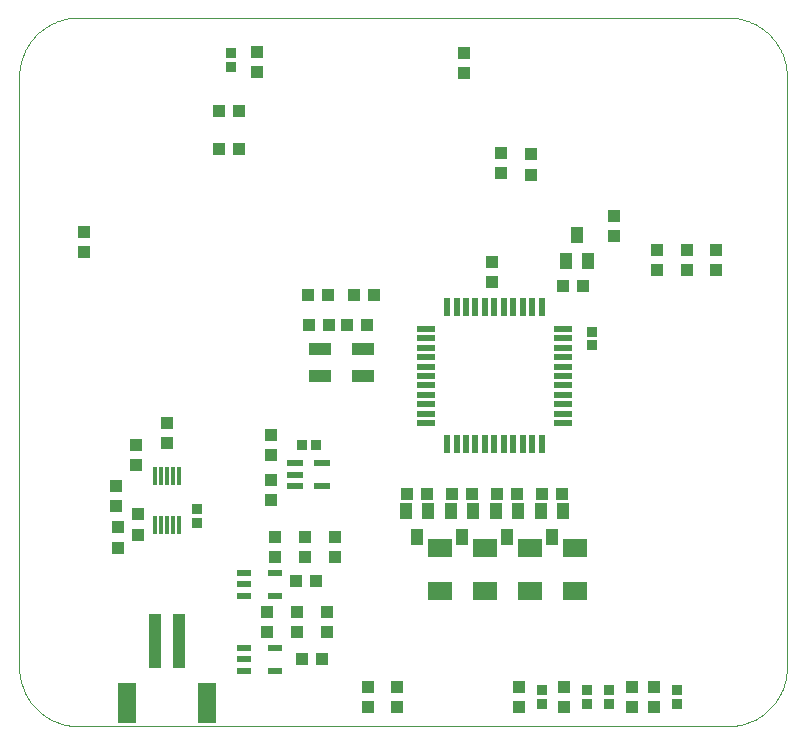
<source format=gtp>
G75*
%MOIN*%
%OFA0B0*%
%FSLAX25Y25*%
%IPPOS*%
%LPD*%
%AMOC8*
5,1,8,0,0,1.08239X$1,22.5*
%
%ADD10C,0.00000*%
%ADD11R,0.03937X0.04331*%
%ADD12R,0.04331X0.03937*%
%ADD13R,0.04724X0.02165*%
%ADD14R,0.03937X0.18110*%
%ADD15R,0.06299X0.13386*%
%ADD16R,0.03937X0.05512*%
%ADD17R,0.08268X0.05906*%
%ADD18R,0.03543X0.03346*%
%ADD19R,0.05400X0.02200*%
%ADD20R,0.03346X0.03543*%
%ADD21R,0.01969X0.05906*%
%ADD22R,0.05906X0.01969*%
%ADD23R,0.07480X0.04331*%
%ADD24R,0.01200X0.05900*%
D10*
X0105861Y0042839D02*
X0105861Y0239689D01*
X0105862Y0239689D02*
X0105868Y0240165D01*
X0105885Y0240640D01*
X0105914Y0241115D01*
X0105954Y0241589D01*
X0106006Y0242062D01*
X0106069Y0242533D01*
X0106143Y0243003D01*
X0106229Y0243471D01*
X0106326Y0243937D01*
X0106434Y0244400D01*
X0106553Y0244860D01*
X0106684Y0245318D01*
X0106825Y0245772D01*
X0106978Y0246223D01*
X0107141Y0246669D01*
X0107315Y0247112D01*
X0107500Y0247550D01*
X0107695Y0247984D01*
X0107901Y0248413D01*
X0108117Y0248837D01*
X0108343Y0249256D01*
X0108579Y0249669D01*
X0108825Y0250076D01*
X0109081Y0250477D01*
X0109347Y0250871D01*
X0109622Y0251260D01*
X0109906Y0251641D01*
X0110199Y0252015D01*
X0110501Y0252383D01*
X0110813Y0252743D01*
X0111132Y0253095D01*
X0111460Y0253439D01*
X0111797Y0253776D01*
X0112141Y0254104D01*
X0112493Y0254423D01*
X0112853Y0254735D01*
X0113221Y0255037D01*
X0113595Y0255330D01*
X0113976Y0255614D01*
X0114365Y0255889D01*
X0114759Y0256155D01*
X0115160Y0256411D01*
X0115567Y0256657D01*
X0115980Y0256893D01*
X0116399Y0257119D01*
X0116823Y0257335D01*
X0117252Y0257541D01*
X0117686Y0257736D01*
X0118124Y0257921D01*
X0118567Y0258095D01*
X0119013Y0258258D01*
X0119464Y0258411D01*
X0119918Y0258552D01*
X0120376Y0258683D01*
X0120836Y0258802D01*
X0121299Y0258910D01*
X0121765Y0259007D01*
X0122233Y0259093D01*
X0122703Y0259167D01*
X0123174Y0259230D01*
X0123647Y0259282D01*
X0124121Y0259322D01*
X0124596Y0259351D01*
X0125071Y0259368D01*
X0125547Y0259374D01*
X0342082Y0259374D01*
X0342558Y0259368D01*
X0343033Y0259351D01*
X0343508Y0259322D01*
X0343982Y0259282D01*
X0344455Y0259230D01*
X0344926Y0259167D01*
X0345396Y0259093D01*
X0345864Y0259007D01*
X0346330Y0258910D01*
X0346793Y0258802D01*
X0347253Y0258683D01*
X0347711Y0258552D01*
X0348165Y0258411D01*
X0348616Y0258258D01*
X0349062Y0258095D01*
X0349505Y0257921D01*
X0349943Y0257736D01*
X0350377Y0257541D01*
X0350806Y0257335D01*
X0351230Y0257119D01*
X0351649Y0256893D01*
X0352062Y0256657D01*
X0352469Y0256411D01*
X0352870Y0256155D01*
X0353264Y0255889D01*
X0353653Y0255614D01*
X0354034Y0255330D01*
X0354408Y0255037D01*
X0354776Y0254735D01*
X0355136Y0254423D01*
X0355488Y0254104D01*
X0355832Y0253776D01*
X0356169Y0253439D01*
X0356497Y0253095D01*
X0356816Y0252743D01*
X0357128Y0252383D01*
X0357430Y0252015D01*
X0357723Y0251641D01*
X0358007Y0251260D01*
X0358282Y0250871D01*
X0358548Y0250477D01*
X0358804Y0250076D01*
X0359050Y0249669D01*
X0359286Y0249256D01*
X0359512Y0248837D01*
X0359728Y0248413D01*
X0359934Y0247984D01*
X0360129Y0247550D01*
X0360314Y0247112D01*
X0360488Y0246669D01*
X0360651Y0246223D01*
X0360804Y0245772D01*
X0360945Y0245318D01*
X0361076Y0244860D01*
X0361195Y0244400D01*
X0361303Y0243937D01*
X0361400Y0243471D01*
X0361486Y0243003D01*
X0361560Y0242533D01*
X0361623Y0242062D01*
X0361675Y0241589D01*
X0361715Y0241115D01*
X0361744Y0240640D01*
X0361761Y0240165D01*
X0361767Y0239689D01*
X0361767Y0042839D01*
X0361761Y0042363D01*
X0361744Y0041888D01*
X0361715Y0041413D01*
X0361675Y0040939D01*
X0361623Y0040466D01*
X0361560Y0039995D01*
X0361486Y0039525D01*
X0361400Y0039057D01*
X0361303Y0038591D01*
X0361195Y0038128D01*
X0361076Y0037668D01*
X0360945Y0037210D01*
X0360804Y0036756D01*
X0360651Y0036305D01*
X0360488Y0035859D01*
X0360314Y0035416D01*
X0360129Y0034978D01*
X0359934Y0034544D01*
X0359728Y0034115D01*
X0359512Y0033691D01*
X0359286Y0033272D01*
X0359050Y0032859D01*
X0358804Y0032452D01*
X0358548Y0032051D01*
X0358282Y0031657D01*
X0358007Y0031268D01*
X0357723Y0030887D01*
X0357430Y0030513D01*
X0357128Y0030145D01*
X0356816Y0029785D01*
X0356497Y0029433D01*
X0356169Y0029089D01*
X0355832Y0028752D01*
X0355488Y0028424D01*
X0355136Y0028105D01*
X0354776Y0027793D01*
X0354408Y0027491D01*
X0354034Y0027198D01*
X0353653Y0026914D01*
X0353264Y0026639D01*
X0352870Y0026373D01*
X0352469Y0026117D01*
X0352062Y0025871D01*
X0351649Y0025635D01*
X0351230Y0025409D01*
X0350806Y0025193D01*
X0350377Y0024987D01*
X0349943Y0024792D01*
X0349505Y0024607D01*
X0349062Y0024433D01*
X0348616Y0024270D01*
X0348165Y0024117D01*
X0347711Y0023976D01*
X0347253Y0023845D01*
X0346793Y0023726D01*
X0346330Y0023618D01*
X0345864Y0023521D01*
X0345396Y0023435D01*
X0344926Y0023361D01*
X0344455Y0023298D01*
X0343982Y0023246D01*
X0343508Y0023206D01*
X0343033Y0023177D01*
X0342558Y0023160D01*
X0342082Y0023154D01*
X0125547Y0023154D01*
X0125071Y0023160D01*
X0124596Y0023177D01*
X0124121Y0023206D01*
X0123647Y0023246D01*
X0123174Y0023298D01*
X0122703Y0023361D01*
X0122233Y0023435D01*
X0121765Y0023521D01*
X0121299Y0023618D01*
X0120836Y0023726D01*
X0120376Y0023845D01*
X0119918Y0023976D01*
X0119464Y0024117D01*
X0119013Y0024270D01*
X0118567Y0024433D01*
X0118124Y0024607D01*
X0117686Y0024792D01*
X0117252Y0024987D01*
X0116823Y0025193D01*
X0116399Y0025409D01*
X0115980Y0025635D01*
X0115567Y0025871D01*
X0115160Y0026117D01*
X0114759Y0026373D01*
X0114365Y0026639D01*
X0113976Y0026914D01*
X0113595Y0027198D01*
X0113221Y0027491D01*
X0112853Y0027793D01*
X0112493Y0028105D01*
X0112141Y0028424D01*
X0111797Y0028752D01*
X0111460Y0029089D01*
X0111132Y0029433D01*
X0110813Y0029785D01*
X0110501Y0030145D01*
X0110199Y0030513D01*
X0109906Y0030887D01*
X0109622Y0031268D01*
X0109347Y0031657D01*
X0109081Y0032051D01*
X0108825Y0032452D01*
X0108579Y0032859D01*
X0108343Y0033272D01*
X0108117Y0033691D01*
X0107901Y0034115D01*
X0107695Y0034544D01*
X0107500Y0034978D01*
X0107315Y0035416D01*
X0107141Y0035859D01*
X0106978Y0036305D01*
X0106825Y0036756D01*
X0106684Y0037210D01*
X0106553Y0037668D01*
X0106434Y0038128D01*
X0106326Y0038591D01*
X0106229Y0039057D01*
X0106143Y0039525D01*
X0106069Y0039995D01*
X0106006Y0040466D01*
X0105954Y0040939D01*
X0105914Y0041413D01*
X0105885Y0041888D01*
X0105868Y0042363D01*
X0105862Y0042839D01*
D11*
X0138657Y0082740D03*
X0138657Y0089433D03*
X0138263Y0096421D03*
X0138263Y0103114D03*
X0144775Y0110378D03*
X0144775Y0117071D03*
X0155094Y0117484D03*
X0155094Y0124177D03*
X0145369Y0093764D03*
X0145369Y0087071D03*
X0188499Y0061303D03*
X0188499Y0054610D03*
X0198499Y0054610D03*
X0198499Y0061303D03*
X0208499Y0061303D03*
X0208499Y0054610D03*
X0222003Y0036343D03*
X0222003Y0029650D03*
X0231846Y0029650D03*
X0231846Y0036343D03*
X0272594Y0036303D03*
X0272594Y0029610D03*
X0287594Y0029610D03*
X0287594Y0036303D03*
X0310094Y0036303D03*
X0310094Y0029610D03*
X0317594Y0029610D03*
X0317594Y0036303D03*
X0210999Y0079610D03*
X0210999Y0086303D03*
X0200999Y0086303D03*
X0200999Y0079610D03*
X0190999Y0079610D03*
X0190999Y0086303D03*
X0189917Y0098705D03*
X0189917Y0105398D03*
X0189917Y0113705D03*
X0189917Y0120398D03*
X0127318Y0181224D03*
X0127318Y0187917D03*
X0185212Y0241185D03*
X0185212Y0247878D03*
X0254188Y0247563D03*
X0254188Y0240870D03*
X0266334Y0214157D03*
X0266334Y0207465D03*
X0276334Y0207071D03*
X0276334Y0213764D03*
X0304247Y0193114D03*
X0304247Y0186421D03*
X0318460Y0182012D03*
X0318460Y0175319D03*
X0328302Y0175319D03*
X0328302Y0182012D03*
X0338145Y0182012D03*
X0338145Y0175319D03*
X0263342Y0178075D03*
X0263342Y0171382D03*
D12*
X0286964Y0169925D03*
X0293657Y0169925D03*
X0224188Y0166894D03*
X0217495Y0166894D03*
X0208795Y0166894D03*
X0202102Y0166894D03*
X0202495Y0156894D03*
X0209188Y0156894D03*
X0214995Y0156894D03*
X0221688Y0156894D03*
X0235153Y0100457D03*
X0241846Y0100457D03*
X0250153Y0100457D03*
X0256846Y0100457D03*
X0265153Y0100457D03*
X0271846Y0100457D03*
X0280153Y0100457D03*
X0286846Y0100457D03*
X0206846Y0045457D03*
X0200153Y0045457D03*
X0198153Y0071457D03*
X0204846Y0071457D03*
X0179208Y0215654D03*
X0172515Y0215654D03*
X0172515Y0228154D03*
X0179208Y0228154D03*
D13*
X0180881Y0074197D03*
X0180881Y0070457D03*
X0180881Y0066717D03*
X0191118Y0066717D03*
X0191118Y0074197D03*
X0191118Y0049197D03*
X0191118Y0041717D03*
X0180881Y0041717D03*
X0180881Y0045457D03*
X0180881Y0049197D03*
D14*
X0159011Y0051500D03*
X0151137Y0051500D03*
D15*
X0141688Y0031028D03*
X0168460Y0031028D03*
D16*
X0234759Y0094787D03*
X0242239Y0094787D03*
X0249759Y0094787D03*
X0257239Y0094787D03*
X0264759Y0094787D03*
X0272239Y0094787D03*
X0279759Y0094787D03*
X0287239Y0094787D03*
X0283499Y0086126D03*
X0268499Y0086126D03*
X0253499Y0086126D03*
X0238499Y0086126D03*
X0288007Y0178094D03*
X0295487Y0178094D03*
X0291747Y0186756D03*
D17*
X0290999Y0082543D03*
X0290999Y0068370D03*
X0275999Y0068370D03*
X0275999Y0082543D03*
X0260999Y0082543D03*
X0260999Y0068370D03*
X0245999Y0068370D03*
X0245999Y0082543D03*
D18*
X0280094Y0035240D03*
X0280094Y0030673D03*
X0295094Y0030673D03*
X0295094Y0035240D03*
X0302594Y0035240D03*
X0302594Y0030673D03*
X0325094Y0030673D03*
X0325094Y0035240D03*
X0296747Y0150142D03*
X0296747Y0154709D03*
X0176570Y0243035D03*
X0176570Y0247602D03*
X0165094Y0095614D03*
X0165094Y0091047D03*
D19*
X0197917Y0103351D03*
X0197917Y0107051D03*
X0197917Y0110751D03*
X0206917Y0110751D03*
X0206917Y0103351D03*
D20*
X0204700Y0117051D03*
X0200133Y0117051D03*
D21*
X0248499Y0117091D03*
X0251649Y0117091D03*
X0254798Y0117091D03*
X0257948Y0117091D03*
X0261098Y0117091D03*
X0264247Y0117091D03*
X0267397Y0117091D03*
X0270547Y0117091D03*
X0273696Y0117091D03*
X0276846Y0117091D03*
X0279995Y0117091D03*
X0279995Y0162760D03*
X0276846Y0162760D03*
X0273696Y0162760D03*
X0270547Y0162760D03*
X0267397Y0162760D03*
X0264247Y0162760D03*
X0261098Y0162760D03*
X0257948Y0162760D03*
X0254798Y0162760D03*
X0251649Y0162760D03*
X0248499Y0162760D03*
D22*
X0241413Y0155673D03*
X0241413Y0152524D03*
X0241413Y0149374D03*
X0241413Y0146224D03*
X0241413Y0143075D03*
X0241413Y0139925D03*
X0241413Y0136776D03*
X0241413Y0133626D03*
X0241413Y0130476D03*
X0241413Y0127327D03*
X0241413Y0124177D03*
X0287082Y0124177D03*
X0287082Y0127327D03*
X0287082Y0130476D03*
X0287082Y0133626D03*
X0287082Y0136776D03*
X0287082Y0139925D03*
X0287082Y0143075D03*
X0287082Y0146224D03*
X0287082Y0149374D03*
X0287082Y0152524D03*
X0287082Y0155673D03*
D23*
X0220625Y0148921D03*
X0220625Y0139866D03*
X0206058Y0139866D03*
X0206058Y0148921D03*
D24*
X0158994Y0106431D03*
X0157094Y0106431D03*
X0155094Y0106431D03*
X0153094Y0106431D03*
X0151194Y0106431D03*
X0151194Y0090231D03*
X0153094Y0090231D03*
X0155094Y0090231D03*
X0157094Y0090231D03*
X0158994Y0090231D03*
M02*

</source>
